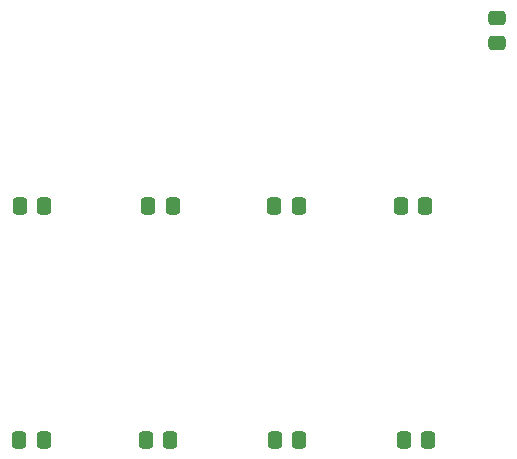
<source format=gbr>
%TF.GenerationSoftware,KiCad,Pcbnew,(6.0.1)*%
%TF.CreationDate,2022-01-30T19:22:39-07:00*%
%TF.ProjectId,Bondwell1MB,426f6e64-7765-46c6-9c31-4d422e6b6963,rev?*%
%TF.SameCoordinates,Original*%
%TF.FileFunction,Paste,Bot*%
%TF.FilePolarity,Positive*%
%FSLAX46Y46*%
G04 Gerber Fmt 4.6, Leading zero omitted, Abs format (unit mm)*
G04 Created by KiCad (PCBNEW (6.0.1)) date 2022-01-30 19:22:39*
%MOMM*%
%LPD*%
G01*
G04 APERTURE LIST*
G04 Aperture macros list*
%AMRoundRect*
0 Rectangle with rounded corners*
0 $1 Rounding radius*
0 $2 $3 $4 $5 $6 $7 $8 $9 X,Y pos of 4 corners*
0 Add a 4 corners polygon primitive as box body*
4,1,4,$2,$3,$4,$5,$6,$7,$8,$9,$2,$3,0*
0 Add four circle primitives for the rounded corners*
1,1,$1+$1,$2,$3*
1,1,$1+$1,$4,$5*
1,1,$1+$1,$6,$7*
1,1,$1+$1,$8,$9*
0 Add four rect primitives between the rounded corners*
20,1,$1+$1,$2,$3,$4,$5,0*
20,1,$1+$1,$4,$5,$6,$7,0*
20,1,$1+$1,$6,$7,$8,$9,0*
20,1,$1+$1,$8,$9,$2,$3,0*%
G04 Aperture macros list end*
%ADD10RoundRect,0.250000X0.475000X-0.337500X0.475000X0.337500X-0.475000X0.337500X-0.475000X-0.337500X0*%
%ADD11RoundRect,0.250000X-0.337500X-0.475000X0.337500X-0.475000X0.337500X0.475000X-0.337500X0.475000X0*%
G04 APERTURE END LIST*
D10*
%TO.C,C1*%
X121920000Y-76370000D03*
X121920000Y-74295000D03*
%TD*%
D11*
%TO.C,C2*%
X81534000Y-90170000D03*
X83609000Y-90170000D03*
%TD*%
%TO.C,C3*%
X103081000Y-90170000D03*
X105156000Y-90170000D03*
%TD*%
%TO.C,C8*%
X92180500Y-109982000D03*
X94255500Y-109982000D03*
%TD*%
%TO.C,C7*%
X113792000Y-90170000D03*
X115867000Y-90170000D03*
%TD*%
%TO.C,C4*%
X81491000Y-109982000D03*
X83566000Y-109982000D03*
%TD*%
%TO.C,C5*%
X103124000Y-109982000D03*
X105199000Y-109982000D03*
%TD*%
%TO.C,C9*%
X114024500Y-109982000D03*
X116099500Y-109982000D03*
%TD*%
%TO.C,C6*%
X92413000Y-90170000D03*
X94488000Y-90170000D03*
%TD*%
M02*

</source>
